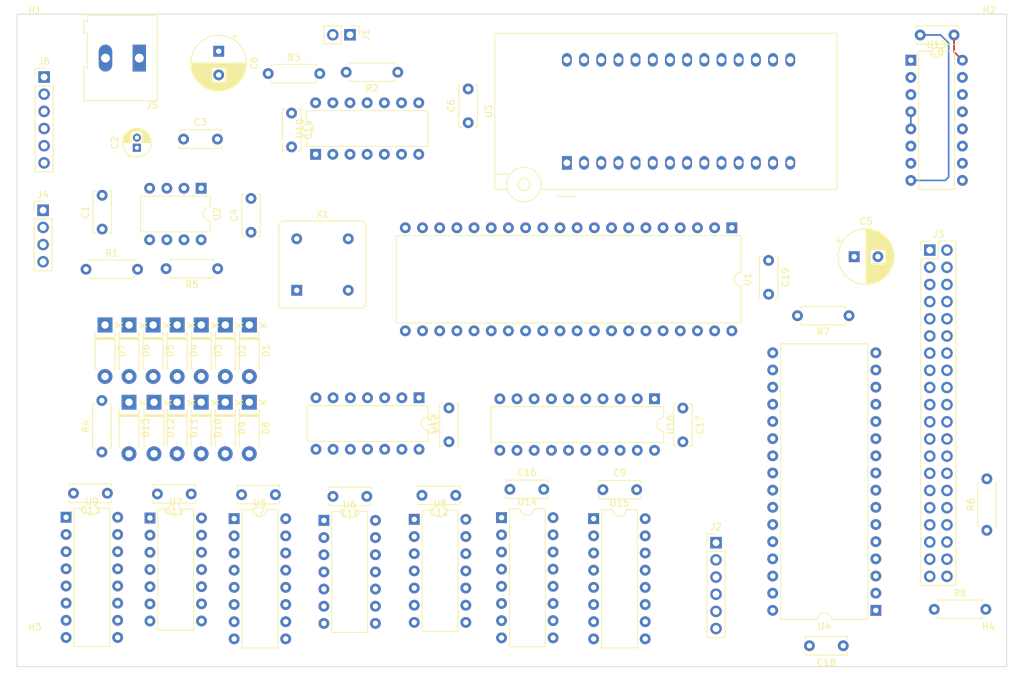
<source format=kicad_pcb>
(kicad_pcb (version 20221018) (generator pcbnew)
  (layers (0 "F.Cu" signal) (31 "B.Cu" signal) (34 "B.Paste" user) (35 "F.Paste" user) (36 "B.SilkS" user "B.Silkscreen") (37 "F.SilkS" user "F.Silkscreen") (38 "B.Mask" user) (39 "F.Mask" user) (44 "Edge.Cuts" user))
  (net 0 "")
  (net 1 "Net-(U2-CV)")
  (net 2 "GND")
  (net 3 "Net-(U2-DIS)")
  (net 4 "Net-(U2-TR)")
  (net 5 "VCC")
  (net 9 "/A0")
  (net 10 "/A1")
  (net 11 "/A2")
  (net 12 "/A3")
  (net 13 "/A4")
  (net 14 "/A5")
  (net 15 "/A6")
  (net 16 "/A7")
  (net 17 "/A8")
  (net 18 "/A9")
  (net 19 "/A10")
  (net 20 "/A11")
  (net 21 "/A12")
  (net 22 "/A13")
  (net 23 "/A14")
  (net 24 "/A15")
  (net 25 "/D7")
  (net 26 "/D6")
  (net 27 "/D5")
  (net 28 "/D4")
  (net 29 "/D3")
  (net 30 "/D2")
  (net 31 "/D1")
  (net 32 "/D0")
  (net 36 "Reset")
  (net 37 "Net-(D1-K)")
  (net 38 "/Address decode/A12")
  (net 39 "/Address decode/A11")
  (net 40 "/Address decode/A10")
  (net 41 "/Address decode/A9")
  (net 42 "/Address decode/A8")
  (net 43 "/Address decode/A7")
  (net 44 "/Address decode/A6")
  (net 45 "/Address decode/A5")
  (net 46 "/Address decode/A4")
  (net 47 "/Address decode/A3")
  (net 48 "/Address decode/A2")
  (net 49 "~{LowestBlock}")
  (net 50 "~{Clock}")
  (net 51 "Net-(J1-Pin_2)")
  (net 52 "Net-(J2-Pin_2)")
  (net 53 "Net-(J2-Pin_3)")
  (net 54 "Net-(J2-Pin_4)")
  (net 55 "Net-(J2-Pin_5)")
  (net 56 "Net-(J2-Pin_6)")
  (net 57 "/IO Address Decode/IoSelect0")
  (net 58 "/IO Address Decode/IoSelect1")
  (net 59 "/IO Address Decode/IoSelect2")
  (net 60 "/IO Address Decode/IoSelect3")
  (net 61 "/IO Address Decode/IoSelect4")
  (net 62 "/IO Address Decode/IoSelect5")
  (net 63 "/IO Address Decode/IoSelect6")
  (net 64 "/IO Address Decode/IoSelect7")
  (net 65 "Clock")
  (net 66 "/Memory banking/~{Reset}")
  (net 67 "/Address decode/R~{W}")
  (net 68 "Net-(J3-Pin_38)")
  (net 69 "Net-(J3-Pin_39)")
  (net 70 "Net-(J3-Pin_40)")
  (net 71 "/Address decode/Addr1Latch")
  (net 72 "/Address decode/Addr2Latch")
  (net 73 "/Address decode/Addr3Latch")
  (net 74 "/Address decode/~{RamCs}")
  (net 75 "Net-(J6-Pin_3)")
  (net 76 "Net-(J6-Pin_4)")
  (net 77 "/Address decode/~{Io1Cs}")
  (net 78 "/Address decode/~{Io2Cs}")
  (net 79 "/Address decode/A1")
  (net 80 "/Address decode/A0")
  (net 81 "/Address decode/~{RomCs}")
  (net 82 "/Address decode/~{RomOe}")
  (net 83 "/Address decode/A13")
  (net 84 "/Memory banking/AB18")
  (net 85 "/Memory banking/AB16")
  (net 86 "/Memory banking/AB14")
  (net 87 "/Address decode/~{RamOe}")
  (net 88 "/Memory banking/AB13")
  (net 89 "/Memory banking/AB17")
  (net 90 "/Memory banking/AB15")
  (net 91 "/Address decode/A14")
  (net 92 "/Address decode/A15")
  (net 93 "Net-(U5-O7)")
  (net 94 "Net-(U5-O6)")
  (net 95 "~{A000}")
  (net 96 "~{8000}")
  (net 100 "RamBank5Enable")
  (net 101 "RamBank6Enable")
  (net 102 "Net-(U9A-O3)")
  (net 103 "RamBank4Enable")
  (net 104 "Net-(U9A-E)")
  (net 105 "Net-(U10-Pad3)")
  (net 111 "/Address decode/Addr0Latch")
  (footprint "Capacitor_THT:C_Disc_D6.0mm_W2.5mm_P5.00mm" (layer "F.Cu") (at 98.806 112.6744 180)
    (fp_text reference "C7")
    (fp_text value "100n")
  )
  (footprint "Capacitor_THT:C_Disc_D6.0mm_W2.5mm_P5.00mm" (layer "F.Cu") (at 73.2028 73.3952 90)
    (fp_text reference "C1")
    (fp_text value "10n")
  )
  (footprint "Diode_THT:D_DO-41_SOD81_P7.62mm_Horizontal" (layer "F.Cu") (at 77.176 87.5792 -90)
    (fp_text reference "D6")
    (fp_text value "1N4007")
  )
  (footprint "Diode_THT:D_DO-41_SOD81_P7.62mm_Horizontal" (layer "F.Cu") (at 94.956 87.5792 -90)
    (fp_text reference "D1")
    (fp_text value "1N4007")
  )
  (footprint "Capacitor_THT:C_Disc_D6.0mm_W2.5mm_P5.00mm" (layer "F.Cu") (at 199.1142 44.6854 180)
    (fp_text reference "C8")
    (fp_text value "100n")
  )
  (footprint "MountingHole:MountingHole_2.1mm" (layer "F.Cu") (at 63.246 44.2468)
    (fp_text reference "H1")
    (fp_text value "MountingHole")
  )
  (footprint "Capacitor_THT:C_Disc_D6.0mm_W2.5mm_P5.00mm" (layer "F.Cu") (at 133.4676 111.8888)
    (fp_text reference "C16")
    (fp_text value "100n")
  )
  (footprint "Capacitor_THT:C_Disc_D6.0mm_W2.5mm_P5.00mm" (layer "F.Cu") (at 85.2316 60.0856)
    (fp_text reference "C3")
    (fp_text value "100n")
  )
  (footprint "Package_DIP:DIP-16_W7.62mm" (layer "F.Cu") (at 192.7302 48.4174)
    (fp_text reference "U13")
    (fp_text value "74HCT138")
  )
  (footprint "MountingHole:MountingHole_2.1mm" (layer "F.Cu") (at 204.216 135.4328)
    (fp_text reference "H4")
    (fp_text value "MountingHole")
  )
  (footprint "Connector_PinHeader_2.54mm:PinHeader_1x06_P2.54mm_Vertical" (layer "F.Cu") (at 163.9316 119.7864)
    (fp_text reference "J2")
    (fp_text value "Membank block")
  )
  (footprint "Connector_PinHeader_2.54mm:PinHeader_1x06_P2.54mm_Vertical" (layer "F.Cu") (at 64.6176 50.9016)
    (fp_text reference "J6")
    (fp_text value "CS_leds")
  )
  (footprint "Resistor_THT:R_Axial_DIN0207_L6.3mm_D2.5mm_P7.62mm_Horizontal" (layer "F.Cu") (at 73.152 106.3752 90)
    (fp_text reference "R4")
    (fp_text value "10k")
  )
  (footprint "Resistor_THT:R_Axial_DIN0207_L6.3mm_D2.5mm_P7.62mm_Horizontal" (layer "F.Cu") (at 97.7392 50.3936)
    (fp_text reference "R3")
    (fp_text value "10k")
  )
  (footprint "Resistor_THT:R_Axial_DIN0207_L6.3mm_D2.5mm_P7.62mm_Horizontal" (layer "F.Cu") (at 203.962 117.9576 90)
    (fp_text reference "R6")
    (fp_text value "10k")
  )
  (footprint "Diode_THT:D_DO-41_SOD81_P7.62mm_Horizontal" (layer "F.Cu") (at 84.288 87.5792 -90)
    (fp_text reference "D4")
    (fp_text value "1N4007")
  )
  (footprint "Capacitor_THT:C_Disc_D6.0mm_W2.5mm_P5.00mm" (layer "F.Cu") (at 182.7384 135.0264 180)
    (fp_text reference "C18")
    (fp_text value "100n")
  )
  (footprint "Diode_THT:D_DO-41_SOD81_P7.62mm_Horizontal" (layer "F.Cu") (at 87.8332 99.0092 -90)
    (fp_text reference "D10")
    (fp_text value "1N4007")
  )
  (footprint "Diode_THT:D_DO-41_SOD81_P7.62mm_Horizontal" (layer "F.Cu") (at 77.1652 99.0092 -90)
    (fp_text reference "D13")
    (fp_text value "1N4007")
  )
  (footprint "Package_DIP:DIP-40_W15.24mm" (layer "F.Cu") (at 166.2684 73.2028 -90)
    (fp_text reference "U1")
    (fp_text value "W65C02SxP")
  )
  (footprint "Package_DIP:DIP-14_W7.62mm" (layer "F.Cu") (at 105.9688 116.4844)
    (fp_text reference "U6")
    (fp_text value "74HCT32")
  )
  (footprint "Resistor_THT:R_Axial_DIN0207_L6.3mm_D2.5mm_P7.62mm_Horizontal" (layer "F.Cu") (at 196.1896 129.6416)
    (fp_text reference "R8")
    (fp_text value "10k")
  )
  (footprint "Capacitor_THT:C_Disc_D6.0mm_W2.5mm_P5.00mm" (layer "F.Cu") (at 159.0276 99.8676 -90)
    (fp_text reference "C17")
    (fp_text value "100n")
  )
  (footprint "Diode_THT:D_DO-41_SOD81_P7.62mm_Horizontal" (layer "F.Cu") (at 73.62 87.5792 -90)
    (fp_text reference "D7")
    (fp_text value "1N4007")
  )
  (footprint "Package_DIP:DIP-14_W7.62mm" (layer "F.Cu") (at 104.7496 62.3316 90)
    (fp_text reference "U10")
    (fp_text value "74HCT00")
  )
  (footprint "Diode_THT:D_DO-41_SOD81_P7.62mm_Horizontal" (layer "F.Cu") (at 94.9452 99.0092 -90)
    (fp_text reference "D8")
    (fp_text value "1N4007")
  )
  (footprint "Diode_THT:D_DO-41_SOD81_P7.62mm_Horizontal" (layer "F.Cu") (at 84.2772 99.0092 -90)
    (fp_text reference "D11")
    (fp_text value "1N4007")
  )
  (footprint "Package_DIP:DIP-14_W7.62mm" (layer "F.Cu") (at 80.264 116.1288)
    (fp_text reference "U7")
    (fp_text value "74HCT08")
  )
  (footprint "Capacitor_THT:C_Disc_D6.0mm_W2.5mm_P5.00mm" (layer "F.Cu") (at 147.2048 111.9396)
    (fp_text reference "C9")
    (fp_text value "100n")
  )
  (footprint "Capacitor_THT:CP_Radial_D4.0mm_P1.50mm" (layer "F.Cu") (at 78.3336 61.366999 90)
    (fp_text reference "C2")
    (fp_text value "10u")
  )
  (footprint "Capacitor_THT:C_Disc_D6.0mm_W2.5mm_P5.00mm" (layer "F.Cu") (at 95.1992 73.8632 90)
    (fp_text reference "C4")
    (fp_text value "100n")
  )
  (footprint "Resistor_THT:R_Axial_DIN0207_L6.3mm_D2.5mm_P7.62mm_Horizontal" (layer "F.Cu") (at 116.8908 50.1904 180)
    (fp_text reference "R2")
    (fp_text value "1M")
  )
  (footprint "Package_DIP:DIP-14_W7.62mm" (layer "F.Cu") (at 119.3292 116.332)
    (fp_text reference "U8")
    (fp_text value "74HCT30")
  )
  (footprint "Resistor_THT:R_Axial_DIN0207_L6.3mm_D2.5mm_P7.62mm_Horizontal" (layer "F.Cu") (at 183.5912 86.2076 180)
    (fp_text reference "R7")
    (fp_text value "10k")
  )
  (footprint "Package_DIP:DIP-14_W7.62mm" (layer "F.Cu") (at 120.0404 98.3488 -90)
    (fp_text reference "U12")
    (fp_text value "74HCT32")
  )
  (footprint "Package_DIP:DIP-20_W7.62mm" (layer "F.Cu") (at 154.8384 98.5012 -90)
    (fp_text reference "U16")
    (fp_text value "74HCT273")
  )
  (footprint "Socket:DIP_Socket-28_W11.9_W12.7_W15.24_W17.78_W18.5_3M_228-1277-00-0602J" (layer "F.Cu") (at 141.8844 63.6016 90)
    (fp_text reference "U3")
    (fp_text value "28C256")
  )
  (footprint "Resistor_THT:R_Axial_DIN0207_L6.3mm_D2.5mm_P7.62mm_Horizontal" (layer "F.Cu") (at 70.8152 79.3388)
    (fp_text reference "R1")
    (fp_text value "47k")
  )
  (footprint "Diode_THT:D_DO-41_SOD81_P7.62mm_Horizontal" (layer "F.Cu") (at 80.8572 99.0092 -90)
    (fp_text reference "D12")
    (fp_text value "1N4007")
  )
  (footprint "Diode_THT:D_DO-41_SOD81_P7.62mm_Horizontal" (layer "F.Cu") (at 80.732 87.5792 -90)
    (fp_text reference "D5")
    (fp_text value "1N4007")
  )
  (footprint "Capacitor_THT:C_Disc_D6.0mm_W2.5mm_P5.00mm" (layer "F.Cu") (at 127.3048 57.658 90)
    (fp_text reference "C6")
    (fp_text value "100n")
  )
  (footprint "Package_DIP:DIP-16_W7.62mm" (layer "F.Cu") (at 145.8468 116.2304)
    (fp_text reference "U15")
    (fp_text value "74LHCT157")
  )
  (footprint "Capacitor_THT:C_Disc_D6.0mm_W2.5mm_P5.00mm" (layer "F.Cu") (at 124.455 104.852 90)
    (fp_text reference "C15")
    (fp_text value "100n")
  )
  (footprint "Connector_PinHeader_2.54mm:PinHeader_1x04_P2.54mm_Vertical" (layer "F.Cu") (at 64.4652 70.612)
    (fp_text reference "J4")
    (fp_text value "$1-3 latch")
  )
  (footprint "Diode_THT:D_DO-41_SOD81_P7.62mm_Horizontal" (layer "F.Cu") (at 91.4 87.5792 -90)
    (fp_text reference "D2")
    (fp_text value "1N4007")
  )
  (footprint "Capacitor_THT:CP_Radial_D8.0mm_P3.50mm" (layer "F.Cu") (at 184.3584 77.47)
    (fp_text reference "C5")
    (fp_text value "1u")
  )
  (footprint "Oscillator:Oscillator_DIP-8" (layer "F.Cu") (at 101.9556 82.4484)
    (fp_text reference "X1")
    (fp_text value "4Mhz")
  )
  (footprint "Diode_THT:D_DO-41_SOD81_P7.62mm_Horizontal" (layer "F.Cu") (at 91.3892 99.0092 -90)
    (fp_text reference "D9")
    (fp_text value "1N4007")
  )
  (footprint "Capacitor_THT:C_Disc_D6.0mm_W2.5mm_P5.00mm" (layer "F.Cu") (at 171.704 78.0288 -90)
    (fp_text reference "C19")
    (fp_text value "100n")
  )
  (footprint "Resistor_THT:R_Axial_DIN0207_L6.3mm_D2.5mm_P7.62mm_Horizontal" (layer "F.Cu") (at 90.2716 79.248 180)
    (fp_text reference "R5")
    (fp_text value "1k")
  )
  (footprint "Connector_PinHeader_2.54mm:PinHeader_1x02_P2.54mm_Vertical" (layer "F.Cu") (at 109.8296 44.6532 -90)
    (fp_text reference "J1")
    (fp_text value "RomHighSel")
  )
  (footprint "Capacitor_THT:C_Disc_D6.0mm_W2.5mm_P5.00mm" (layer "F.Cu") (at 73.9648 112.4712 180)
    (fp_text reference "C13")
    (fp_text value "100n")
  )
  (footprint "MountingHole:MountingHole_2.1mm" (layer "F.Cu") (at 63.246 135.4836)
    (fp_text reference "H3")
    (fp_text value "MountingHole")
  )
  (footprint "Package_DIP:DIP-16_W7.62mm" (layer "F.Cu") (at 132.2324 116.078)
    (fp_text reference "U14")
    (fp_text value "74LHCT157")
  )
  (footprint "Capacitor_THT:C_Disc_D6.0mm_W2.5mm_P5.00mm" (layer "F.Cu") (at 101.1936 56.2356 -90)
    (fp_text reference "C14")
    (fp_text value "100n")
  )
  (footprint "Capacitor_THT:C_Disc_D6.0mm_W2.5mm_P5.00mm" (layer "F.Cu") (at 86.36 112.5728 180)
    (fp_text reference "C11")
    (fp_text value "100n")
  )
  (footprint "TerminalBlock:TerminalBlock_Altech_AK300-2_P5.00mm" (layer "F.Cu") (at 78.6892 48.1076 180)
    (fp_text reference "J5")
    (fp_text value "PWR")
  )
  (footprint "Diode_THT:D_DO-41_SOD81_P7.62mm_Horizontal" (layer "F.Cu") (at 87.844 87.5792 -90)
    (fp_text reference "D3")
    (fp_text value "1N4007")
  )
  (footprint "MountingHole:MountingHole_2.1mm" (layer "F.Cu") (at 204.3176 44.196)
    (fp_text reference "H2")
    (fp_text value "MountingHole")
  )
  (footprint "Package_DIP:DIP-16_W7.62mm" (layer "F.Cu") (at 92.71 116.2304)
    (fp_text reference "U5")
    (fp_text value "74HCT138")
  )
  (footprint "Package_DIP:DIP-32_W15.24mm" (layer "F.Cu") (at 187.5536 129.794 180)
    (fp_text reference "U4")
    (fp_text value "AS6C4008-55PCN")
  )
  (footprint "Capacitor_THT:CP_Radial_D8.0mm_P3.50mm" (layer "F.Cu") (at 90.424 47.0916 -90)
    (fp_text reference "C6")
    (fp_text value "3u")
  )
  (footprint "Package_DIP:DIP-16_W7.62mm" (layer "F.Cu") (at 67.8688 116.0272)
    (fp_text reference "U9")
    (fp_text value "74HCT139")
  )
  (footprint "Capacitor_THT:C_Disc_D6.0mm_W2.5mm_P5.00mm" (layer "F.Cu") (at 112.3088 112.9334 180)
    (fp_text reference "C10")
    (fp_text value "100n")
  )
  (footprint "Connector_PinHeader_2.54mm:PinHeader_2x20_P2.54mm_Vertical" (layer "F.Cu") (at 195.5292 76.5048)
    (fp_text reference "J3")
    (fp_text value "Expansion")
  )
  (footprint "Package_DIP:DIP-8_W7.62mm" (layer "F.Cu") (at 87.8332 67.35 -90)
    (fp_text reference "U2")
    (fp_text value "NA555P")
  )
  (footprint "Capacitor_THT:C_Disc_D6.0mm_W2.5mm_P5.00mm" (layer "F.Cu") (at 125.4652 112.776 180)
    (fp_text reference "C12")
    (fp_text value "100n")
  )
  (gr_rect (start 60.6044 41.6052) (end 206.9084 138.1252) (stroke (width 0.1)) (fill none) (layer "Edge.Cuts"))
  (segment (start 198.3182 45.8774) (end 198.3182 65.6894) (width 0.25) (layer "B.Cu") (net 2))
  (segment (start 198.3182 65.6894) (end 197.8102 66.1974) (width 0.25) (layer "B.Cu") (net 2))
  (segment (start 197.8102 66.1974) (end 192.7302 66.1974) (width 0.25) (layer "B.Cu") (net 2))
  (segment (start 197.1262 44.6854) (end 198.3182 45.8774) (width 0.25) (layer "B.Cu") (net 2))
  (segment (start 194.1142 44.6854) (end 197.1262 44.6854) (width 0.25) (layer "B.Cu") (net 2))
  (segment (start 199.1142 47.1814) (end 200.3502 48.4174) (width 0.25) (layer "F.Cu") (net 5))
  (segment (start 199.1142 44.6854) (end 199.1142 47.1814) (width 0.25) (layer "F.Cu") (net 5))
  (segment (start 192.7302 58.5774) (end 192.7302 56.0374) (width 0.25) (layer "B.Cu") (net 77))
)
</source>
